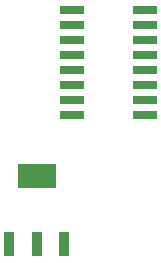
<source format=gbr>
G04 EAGLE Gerber RS-274X export*
G75*
%MOMM*%
%FSLAX34Y34*%
%LPD*%
%INSolderpaste Bottom*%
%IPPOS*%
%AMOC8*
5,1,8,0,0,1.08239X$1,22.5*%
G01*
%ADD10R,0.950000X2.150000*%
%ADD11R,3.250000X2.150000*%
%ADD12R,2.032000X0.660400*%


D10*
X482740Y6560D03*
X459740Y6560D03*
X436740Y6560D03*
D11*
X459740Y64560D03*
D12*
X551434Y204470D03*
X489966Y204470D03*
X551434Y191770D03*
X551434Y179070D03*
X489966Y191770D03*
X489966Y179070D03*
X551434Y166370D03*
X489966Y166370D03*
X551434Y153670D03*
X489966Y153670D03*
X551434Y140970D03*
X551434Y128270D03*
X489966Y140970D03*
X489966Y128270D03*
X551434Y115570D03*
X489966Y115570D03*
M02*

</source>
